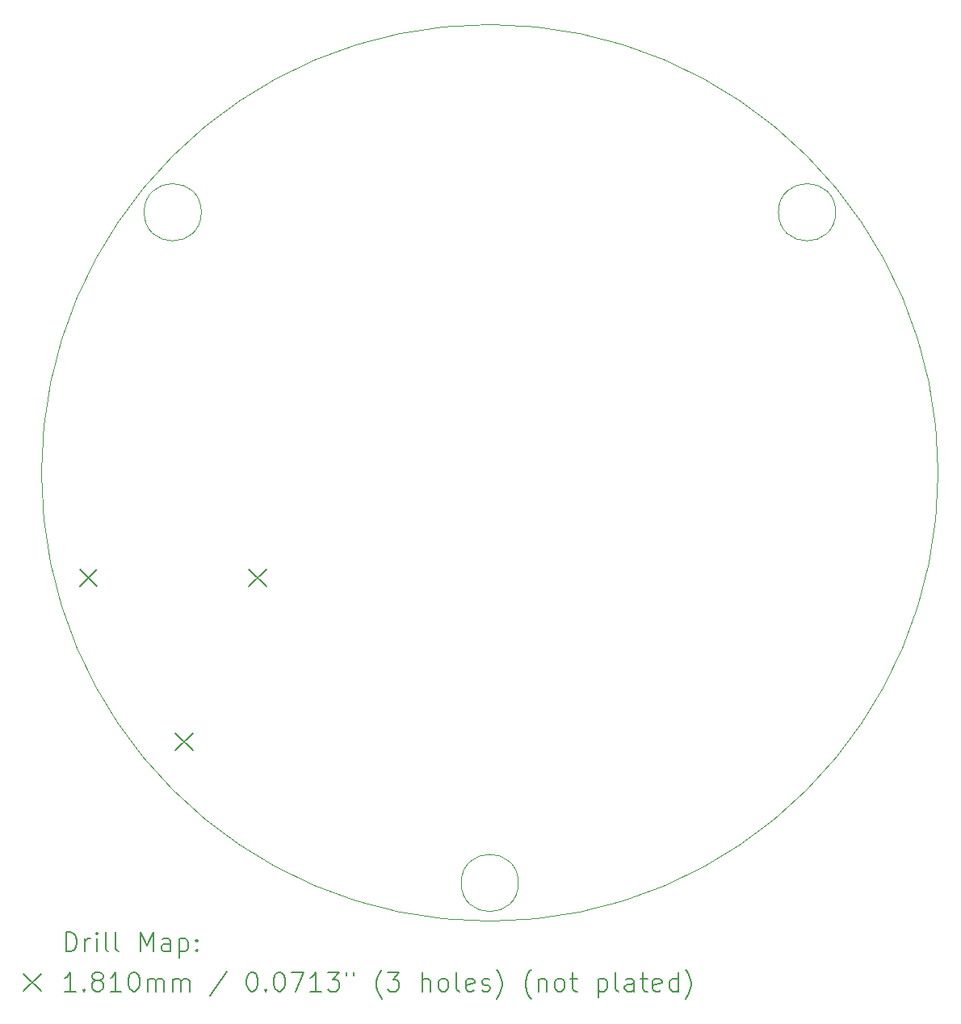
<source format=gbr>
%TF.GenerationSoftware,KiCad,Pcbnew,8.0.1*%
%TF.CreationDate,2024-06-07T18:58:06+02:00*%
%TF.ProjectId,PCB_Plaque_Haute,5043425f-506c-4617-9175-655f48617574,C.Roche*%
%TF.SameCoordinates,Original*%
%TF.FileFunction,Drillmap*%
%TF.FilePolarity,Positive*%
%FSLAX45Y45*%
G04 Gerber Fmt 4.5, Leading zero omitted, Abs format (unit mm)*
G04 Created by KiCad (PCBNEW 8.0.1) date 2024-06-07 18:58:06*
%MOMM*%
%LPD*%
G01*
G04 APERTURE LIST*
%ADD10C,0.100000*%
%ADD11C,0.200000*%
%ADD12C,0.181000*%
G04 APERTURE END LIST*
D10*
X12550000Y-7200000D02*
G75*
G02*
X11950000Y-7200000I-300000J0D01*
G01*
X11950000Y-7200000D02*
G75*
G02*
X12550000Y-7200000I300000J0D01*
G01*
X15874000Y-14232000D02*
G75*
G02*
X15274000Y-14232000I-300000J0D01*
G01*
X15274000Y-14232000D02*
G75*
G02*
X15874000Y-14232000I300000J0D01*
G01*
X19200000Y-7200000D02*
G75*
G02*
X18600000Y-7200000I-300000J0D01*
G01*
X18600000Y-7200000D02*
G75*
G02*
X19200000Y-7200000I300000J0D01*
G01*
X20274000Y-9932000D02*
G75*
G02*
X10874000Y-9932000I-4700000J0D01*
G01*
X10874000Y-9932000D02*
G75*
G02*
X20274000Y-9932000I4700000J0D01*
G01*
D11*
D12*
X11275500Y-10942500D02*
X11456500Y-11123500D01*
X11456500Y-10942500D02*
X11275500Y-11123500D01*
X12278500Y-12659500D02*
X12459500Y-12840500D01*
X12459500Y-12659500D02*
X12278500Y-12840500D01*
X13048500Y-10942500D02*
X13229500Y-11123500D01*
X13229500Y-10942500D02*
X13048500Y-11123500D01*
D11*
X11129777Y-14948484D02*
X11129777Y-14748484D01*
X11129777Y-14748484D02*
X11177396Y-14748484D01*
X11177396Y-14748484D02*
X11205967Y-14758008D01*
X11205967Y-14758008D02*
X11225015Y-14777055D01*
X11225015Y-14777055D02*
X11234539Y-14796103D01*
X11234539Y-14796103D02*
X11244062Y-14834198D01*
X11244062Y-14834198D02*
X11244062Y-14862769D01*
X11244062Y-14862769D02*
X11234539Y-14900865D01*
X11234539Y-14900865D02*
X11225015Y-14919912D01*
X11225015Y-14919912D02*
X11205967Y-14938960D01*
X11205967Y-14938960D02*
X11177396Y-14948484D01*
X11177396Y-14948484D02*
X11129777Y-14948484D01*
X11329777Y-14948484D02*
X11329777Y-14815150D01*
X11329777Y-14853246D02*
X11339301Y-14834198D01*
X11339301Y-14834198D02*
X11348824Y-14824674D01*
X11348824Y-14824674D02*
X11367872Y-14815150D01*
X11367872Y-14815150D02*
X11386920Y-14815150D01*
X11453586Y-14948484D02*
X11453586Y-14815150D01*
X11453586Y-14748484D02*
X11444062Y-14758008D01*
X11444062Y-14758008D02*
X11453586Y-14767531D01*
X11453586Y-14767531D02*
X11463110Y-14758008D01*
X11463110Y-14758008D02*
X11453586Y-14748484D01*
X11453586Y-14748484D02*
X11453586Y-14767531D01*
X11577396Y-14948484D02*
X11558348Y-14938960D01*
X11558348Y-14938960D02*
X11548824Y-14919912D01*
X11548824Y-14919912D02*
X11548824Y-14748484D01*
X11682158Y-14948484D02*
X11663110Y-14938960D01*
X11663110Y-14938960D02*
X11653586Y-14919912D01*
X11653586Y-14919912D02*
X11653586Y-14748484D01*
X11910729Y-14948484D02*
X11910729Y-14748484D01*
X11910729Y-14748484D02*
X11977396Y-14891341D01*
X11977396Y-14891341D02*
X12044062Y-14748484D01*
X12044062Y-14748484D02*
X12044062Y-14948484D01*
X12225015Y-14948484D02*
X12225015Y-14843722D01*
X12225015Y-14843722D02*
X12215491Y-14824674D01*
X12215491Y-14824674D02*
X12196443Y-14815150D01*
X12196443Y-14815150D02*
X12158348Y-14815150D01*
X12158348Y-14815150D02*
X12139301Y-14824674D01*
X12225015Y-14938960D02*
X12205967Y-14948484D01*
X12205967Y-14948484D02*
X12158348Y-14948484D01*
X12158348Y-14948484D02*
X12139301Y-14938960D01*
X12139301Y-14938960D02*
X12129777Y-14919912D01*
X12129777Y-14919912D02*
X12129777Y-14900865D01*
X12129777Y-14900865D02*
X12139301Y-14881817D01*
X12139301Y-14881817D02*
X12158348Y-14872293D01*
X12158348Y-14872293D02*
X12205967Y-14872293D01*
X12205967Y-14872293D02*
X12225015Y-14862769D01*
X12320253Y-14815150D02*
X12320253Y-15015150D01*
X12320253Y-14824674D02*
X12339301Y-14815150D01*
X12339301Y-14815150D02*
X12377396Y-14815150D01*
X12377396Y-14815150D02*
X12396443Y-14824674D01*
X12396443Y-14824674D02*
X12405967Y-14834198D01*
X12405967Y-14834198D02*
X12415491Y-14853246D01*
X12415491Y-14853246D02*
X12415491Y-14910388D01*
X12415491Y-14910388D02*
X12405967Y-14929436D01*
X12405967Y-14929436D02*
X12396443Y-14938960D01*
X12396443Y-14938960D02*
X12377396Y-14948484D01*
X12377396Y-14948484D02*
X12339301Y-14948484D01*
X12339301Y-14948484D02*
X12320253Y-14938960D01*
X12501205Y-14929436D02*
X12510729Y-14938960D01*
X12510729Y-14938960D02*
X12501205Y-14948484D01*
X12501205Y-14948484D02*
X12491682Y-14938960D01*
X12491682Y-14938960D02*
X12501205Y-14929436D01*
X12501205Y-14929436D02*
X12501205Y-14948484D01*
X12501205Y-14824674D02*
X12510729Y-14834198D01*
X12510729Y-14834198D02*
X12501205Y-14843722D01*
X12501205Y-14843722D02*
X12491682Y-14834198D01*
X12491682Y-14834198D02*
X12501205Y-14824674D01*
X12501205Y-14824674D02*
X12501205Y-14843722D01*
D12*
X10688000Y-15186500D02*
X10869000Y-15367500D01*
X10869000Y-15186500D02*
X10688000Y-15367500D01*
D11*
X11234539Y-15368484D02*
X11120253Y-15368484D01*
X11177396Y-15368484D02*
X11177396Y-15168484D01*
X11177396Y-15168484D02*
X11158348Y-15197055D01*
X11158348Y-15197055D02*
X11139301Y-15216103D01*
X11139301Y-15216103D02*
X11120253Y-15225627D01*
X11320253Y-15349436D02*
X11329777Y-15358960D01*
X11329777Y-15358960D02*
X11320253Y-15368484D01*
X11320253Y-15368484D02*
X11310729Y-15358960D01*
X11310729Y-15358960D02*
X11320253Y-15349436D01*
X11320253Y-15349436D02*
X11320253Y-15368484D01*
X11444062Y-15254198D02*
X11425015Y-15244674D01*
X11425015Y-15244674D02*
X11415491Y-15235150D01*
X11415491Y-15235150D02*
X11405967Y-15216103D01*
X11405967Y-15216103D02*
X11405967Y-15206579D01*
X11405967Y-15206579D02*
X11415491Y-15187531D01*
X11415491Y-15187531D02*
X11425015Y-15178008D01*
X11425015Y-15178008D02*
X11444062Y-15168484D01*
X11444062Y-15168484D02*
X11482158Y-15168484D01*
X11482158Y-15168484D02*
X11501205Y-15178008D01*
X11501205Y-15178008D02*
X11510729Y-15187531D01*
X11510729Y-15187531D02*
X11520253Y-15206579D01*
X11520253Y-15206579D02*
X11520253Y-15216103D01*
X11520253Y-15216103D02*
X11510729Y-15235150D01*
X11510729Y-15235150D02*
X11501205Y-15244674D01*
X11501205Y-15244674D02*
X11482158Y-15254198D01*
X11482158Y-15254198D02*
X11444062Y-15254198D01*
X11444062Y-15254198D02*
X11425015Y-15263722D01*
X11425015Y-15263722D02*
X11415491Y-15273246D01*
X11415491Y-15273246D02*
X11405967Y-15292293D01*
X11405967Y-15292293D02*
X11405967Y-15330388D01*
X11405967Y-15330388D02*
X11415491Y-15349436D01*
X11415491Y-15349436D02*
X11425015Y-15358960D01*
X11425015Y-15358960D02*
X11444062Y-15368484D01*
X11444062Y-15368484D02*
X11482158Y-15368484D01*
X11482158Y-15368484D02*
X11501205Y-15358960D01*
X11501205Y-15358960D02*
X11510729Y-15349436D01*
X11510729Y-15349436D02*
X11520253Y-15330388D01*
X11520253Y-15330388D02*
X11520253Y-15292293D01*
X11520253Y-15292293D02*
X11510729Y-15273246D01*
X11510729Y-15273246D02*
X11501205Y-15263722D01*
X11501205Y-15263722D02*
X11482158Y-15254198D01*
X11710729Y-15368484D02*
X11596443Y-15368484D01*
X11653586Y-15368484D02*
X11653586Y-15168484D01*
X11653586Y-15168484D02*
X11634539Y-15197055D01*
X11634539Y-15197055D02*
X11615491Y-15216103D01*
X11615491Y-15216103D02*
X11596443Y-15225627D01*
X11834539Y-15168484D02*
X11853586Y-15168484D01*
X11853586Y-15168484D02*
X11872634Y-15178008D01*
X11872634Y-15178008D02*
X11882158Y-15187531D01*
X11882158Y-15187531D02*
X11891682Y-15206579D01*
X11891682Y-15206579D02*
X11901205Y-15244674D01*
X11901205Y-15244674D02*
X11901205Y-15292293D01*
X11901205Y-15292293D02*
X11891682Y-15330388D01*
X11891682Y-15330388D02*
X11882158Y-15349436D01*
X11882158Y-15349436D02*
X11872634Y-15358960D01*
X11872634Y-15358960D02*
X11853586Y-15368484D01*
X11853586Y-15368484D02*
X11834539Y-15368484D01*
X11834539Y-15368484D02*
X11815491Y-15358960D01*
X11815491Y-15358960D02*
X11805967Y-15349436D01*
X11805967Y-15349436D02*
X11796443Y-15330388D01*
X11796443Y-15330388D02*
X11786920Y-15292293D01*
X11786920Y-15292293D02*
X11786920Y-15244674D01*
X11786920Y-15244674D02*
X11796443Y-15206579D01*
X11796443Y-15206579D02*
X11805967Y-15187531D01*
X11805967Y-15187531D02*
X11815491Y-15178008D01*
X11815491Y-15178008D02*
X11834539Y-15168484D01*
X11986920Y-15368484D02*
X11986920Y-15235150D01*
X11986920Y-15254198D02*
X11996443Y-15244674D01*
X11996443Y-15244674D02*
X12015491Y-15235150D01*
X12015491Y-15235150D02*
X12044063Y-15235150D01*
X12044063Y-15235150D02*
X12063110Y-15244674D01*
X12063110Y-15244674D02*
X12072634Y-15263722D01*
X12072634Y-15263722D02*
X12072634Y-15368484D01*
X12072634Y-15263722D02*
X12082158Y-15244674D01*
X12082158Y-15244674D02*
X12101205Y-15235150D01*
X12101205Y-15235150D02*
X12129777Y-15235150D01*
X12129777Y-15235150D02*
X12148824Y-15244674D01*
X12148824Y-15244674D02*
X12158348Y-15263722D01*
X12158348Y-15263722D02*
X12158348Y-15368484D01*
X12253586Y-15368484D02*
X12253586Y-15235150D01*
X12253586Y-15254198D02*
X12263110Y-15244674D01*
X12263110Y-15244674D02*
X12282158Y-15235150D01*
X12282158Y-15235150D02*
X12310729Y-15235150D01*
X12310729Y-15235150D02*
X12329777Y-15244674D01*
X12329777Y-15244674D02*
X12339301Y-15263722D01*
X12339301Y-15263722D02*
X12339301Y-15368484D01*
X12339301Y-15263722D02*
X12348824Y-15244674D01*
X12348824Y-15244674D02*
X12367872Y-15235150D01*
X12367872Y-15235150D02*
X12396443Y-15235150D01*
X12396443Y-15235150D02*
X12415491Y-15244674D01*
X12415491Y-15244674D02*
X12425015Y-15263722D01*
X12425015Y-15263722D02*
X12425015Y-15368484D01*
X12815491Y-15158960D02*
X12644063Y-15416103D01*
X13072634Y-15168484D02*
X13091682Y-15168484D01*
X13091682Y-15168484D02*
X13110729Y-15178008D01*
X13110729Y-15178008D02*
X13120253Y-15187531D01*
X13120253Y-15187531D02*
X13129777Y-15206579D01*
X13129777Y-15206579D02*
X13139301Y-15244674D01*
X13139301Y-15244674D02*
X13139301Y-15292293D01*
X13139301Y-15292293D02*
X13129777Y-15330388D01*
X13129777Y-15330388D02*
X13120253Y-15349436D01*
X13120253Y-15349436D02*
X13110729Y-15358960D01*
X13110729Y-15358960D02*
X13091682Y-15368484D01*
X13091682Y-15368484D02*
X13072634Y-15368484D01*
X13072634Y-15368484D02*
X13053586Y-15358960D01*
X13053586Y-15358960D02*
X13044063Y-15349436D01*
X13044063Y-15349436D02*
X13034539Y-15330388D01*
X13034539Y-15330388D02*
X13025015Y-15292293D01*
X13025015Y-15292293D02*
X13025015Y-15244674D01*
X13025015Y-15244674D02*
X13034539Y-15206579D01*
X13034539Y-15206579D02*
X13044063Y-15187531D01*
X13044063Y-15187531D02*
X13053586Y-15178008D01*
X13053586Y-15178008D02*
X13072634Y-15168484D01*
X13225015Y-15349436D02*
X13234539Y-15358960D01*
X13234539Y-15358960D02*
X13225015Y-15368484D01*
X13225015Y-15368484D02*
X13215491Y-15358960D01*
X13215491Y-15358960D02*
X13225015Y-15349436D01*
X13225015Y-15349436D02*
X13225015Y-15368484D01*
X13358348Y-15168484D02*
X13377396Y-15168484D01*
X13377396Y-15168484D02*
X13396444Y-15178008D01*
X13396444Y-15178008D02*
X13405967Y-15187531D01*
X13405967Y-15187531D02*
X13415491Y-15206579D01*
X13415491Y-15206579D02*
X13425015Y-15244674D01*
X13425015Y-15244674D02*
X13425015Y-15292293D01*
X13425015Y-15292293D02*
X13415491Y-15330388D01*
X13415491Y-15330388D02*
X13405967Y-15349436D01*
X13405967Y-15349436D02*
X13396444Y-15358960D01*
X13396444Y-15358960D02*
X13377396Y-15368484D01*
X13377396Y-15368484D02*
X13358348Y-15368484D01*
X13358348Y-15368484D02*
X13339301Y-15358960D01*
X13339301Y-15358960D02*
X13329777Y-15349436D01*
X13329777Y-15349436D02*
X13320253Y-15330388D01*
X13320253Y-15330388D02*
X13310729Y-15292293D01*
X13310729Y-15292293D02*
X13310729Y-15244674D01*
X13310729Y-15244674D02*
X13320253Y-15206579D01*
X13320253Y-15206579D02*
X13329777Y-15187531D01*
X13329777Y-15187531D02*
X13339301Y-15178008D01*
X13339301Y-15178008D02*
X13358348Y-15168484D01*
X13491682Y-15168484D02*
X13625015Y-15168484D01*
X13625015Y-15168484D02*
X13539301Y-15368484D01*
X13805967Y-15368484D02*
X13691682Y-15368484D01*
X13748825Y-15368484D02*
X13748825Y-15168484D01*
X13748825Y-15168484D02*
X13729777Y-15197055D01*
X13729777Y-15197055D02*
X13710729Y-15216103D01*
X13710729Y-15216103D02*
X13691682Y-15225627D01*
X13872634Y-15168484D02*
X13996444Y-15168484D01*
X13996444Y-15168484D02*
X13929777Y-15244674D01*
X13929777Y-15244674D02*
X13958348Y-15244674D01*
X13958348Y-15244674D02*
X13977396Y-15254198D01*
X13977396Y-15254198D02*
X13986920Y-15263722D01*
X13986920Y-15263722D02*
X13996444Y-15282769D01*
X13996444Y-15282769D02*
X13996444Y-15330388D01*
X13996444Y-15330388D02*
X13986920Y-15349436D01*
X13986920Y-15349436D02*
X13977396Y-15358960D01*
X13977396Y-15358960D02*
X13958348Y-15368484D01*
X13958348Y-15368484D02*
X13901206Y-15368484D01*
X13901206Y-15368484D02*
X13882158Y-15358960D01*
X13882158Y-15358960D02*
X13872634Y-15349436D01*
X14072634Y-15168484D02*
X14072634Y-15206579D01*
X14148825Y-15168484D02*
X14148825Y-15206579D01*
X14444063Y-15444674D02*
X14434539Y-15435150D01*
X14434539Y-15435150D02*
X14415491Y-15406579D01*
X14415491Y-15406579D02*
X14405968Y-15387531D01*
X14405968Y-15387531D02*
X14396444Y-15358960D01*
X14396444Y-15358960D02*
X14386920Y-15311341D01*
X14386920Y-15311341D02*
X14386920Y-15273246D01*
X14386920Y-15273246D02*
X14396444Y-15225627D01*
X14396444Y-15225627D02*
X14405968Y-15197055D01*
X14405968Y-15197055D02*
X14415491Y-15178008D01*
X14415491Y-15178008D02*
X14434539Y-15149436D01*
X14434539Y-15149436D02*
X14444063Y-15139912D01*
X14501206Y-15168484D02*
X14625015Y-15168484D01*
X14625015Y-15168484D02*
X14558348Y-15244674D01*
X14558348Y-15244674D02*
X14586920Y-15244674D01*
X14586920Y-15244674D02*
X14605968Y-15254198D01*
X14605968Y-15254198D02*
X14615491Y-15263722D01*
X14615491Y-15263722D02*
X14625015Y-15282769D01*
X14625015Y-15282769D02*
X14625015Y-15330388D01*
X14625015Y-15330388D02*
X14615491Y-15349436D01*
X14615491Y-15349436D02*
X14605968Y-15358960D01*
X14605968Y-15358960D02*
X14586920Y-15368484D01*
X14586920Y-15368484D02*
X14529777Y-15368484D01*
X14529777Y-15368484D02*
X14510729Y-15358960D01*
X14510729Y-15358960D02*
X14501206Y-15349436D01*
X14863110Y-15368484D02*
X14863110Y-15168484D01*
X14948825Y-15368484D02*
X14948825Y-15263722D01*
X14948825Y-15263722D02*
X14939301Y-15244674D01*
X14939301Y-15244674D02*
X14920253Y-15235150D01*
X14920253Y-15235150D02*
X14891682Y-15235150D01*
X14891682Y-15235150D02*
X14872634Y-15244674D01*
X14872634Y-15244674D02*
X14863110Y-15254198D01*
X15072634Y-15368484D02*
X15053587Y-15358960D01*
X15053587Y-15358960D02*
X15044063Y-15349436D01*
X15044063Y-15349436D02*
X15034539Y-15330388D01*
X15034539Y-15330388D02*
X15034539Y-15273246D01*
X15034539Y-15273246D02*
X15044063Y-15254198D01*
X15044063Y-15254198D02*
X15053587Y-15244674D01*
X15053587Y-15244674D02*
X15072634Y-15235150D01*
X15072634Y-15235150D02*
X15101206Y-15235150D01*
X15101206Y-15235150D02*
X15120253Y-15244674D01*
X15120253Y-15244674D02*
X15129777Y-15254198D01*
X15129777Y-15254198D02*
X15139301Y-15273246D01*
X15139301Y-15273246D02*
X15139301Y-15330388D01*
X15139301Y-15330388D02*
X15129777Y-15349436D01*
X15129777Y-15349436D02*
X15120253Y-15358960D01*
X15120253Y-15358960D02*
X15101206Y-15368484D01*
X15101206Y-15368484D02*
X15072634Y-15368484D01*
X15253587Y-15368484D02*
X15234539Y-15358960D01*
X15234539Y-15358960D02*
X15225015Y-15339912D01*
X15225015Y-15339912D02*
X15225015Y-15168484D01*
X15405968Y-15358960D02*
X15386920Y-15368484D01*
X15386920Y-15368484D02*
X15348825Y-15368484D01*
X15348825Y-15368484D02*
X15329777Y-15358960D01*
X15329777Y-15358960D02*
X15320253Y-15339912D01*
X15320253Y-15339912D02*
X15320253Y-15263722D01*
X15320253Y-15263722D02*
X15329777Y-15244674D01*
X15329777Y-15244674D02*
X15348825Y-15235150D01*
X15348825Y-15235150D02*
X15386920Y-15235150D01*
X15386920Y-15235150D02*
X15405968Y-15244674D01*
X15405968Y-15244674D02*
X15415491Y-15263722D01*
X15415491Y-15263722D02*
X15415491Y-15282769D01*
X15415491Y-15282769D02*
X15320253Y-15301817D01*
X15491682Y-15358960D02*
X15510730Y-15368484D01*
X15510730Y-15368484D02*
X15548825Y-15368484D01*
X15548825Y-15368484D02*
X15567872Y-15358960D01*
X15567872Y-15358960D02*
X15577396Y-15339912D01*
X15577396Y-15339912D02*
X15577396Y-15330388D01*
X15577396Y-15330388D02*
X15567872Y-15311341D01*
X15567872Y-15311341D02*
X15548825Y-15301817D01*
X15548825Y-15301817D02*
X15520253Y-15301817D01*
X15520253Y-15301817D02*
X15501206Y-15292293D01*
X15501206Y-15292293D02*
X15491682Y-15273246D01*
X15491682Y-15273246D02*
X15491682Y-15263722D01*
X15491682Y-15263722D02*
X15501206Y-15244674D01*
X15501206Y-15244674D02*
X15520253Y-15235150D01*
X15520253Y-15235150D02*
X15548825Y-15235150D01*
X15548825Y-15235150D02*
X15567872Y-15244674D01*
X15644063Y-15444674D02*
X15653587Y-15435150D01*
X15653587Y-15435150D02*
X15672634Y-15406579D01*
X15672634Y-15406579D02*
X15682158Y-15387531D01*
X15682158Y-15387531D02*
X15691682Y-15358960D01*
X15691682Y-15358960D02*
X15701206Y-15311341D01*
X15701206Y-15311341D02*
X15701206Y-15273246D01*
X15701206Y-15273246D02*
X15691682Y-15225627D01*
X15691682Y-15225627D02*
X15682158Y-15197055D01*
X15682158Y-15197055D02*
X15672634Y-15178008D01*
X15672634Y-15178008D02*
X15653587Y-15149436D01*
X15653587Y-15149436D02*
X15644063Y-15139912D01*
X16005968Y-15444674D02*
X15996444Y-15435150D01*
X15996444Y-15435150D02*
X15977396Y-15406579D01*
X15977396Y-15406579D02*
X15967872Y-15387531D01*
X15967872Y-15387531D02*
X15958349Y-15358960D01*
X15958349Y-15358960D02*
X15948825Y-15311341D01*
X15948825Y-15311341D02*
X15948825Y-15273246D01*
X15948825Y-15273246D02*
X15958349Y-15225627D01*
X15958349Y-15225627D02*
X15967872Y-15197055D01*
X15967872Y-15197055D02*
X15977396Y-15178008D01*
X15977396Y-15178008D02*
X15996444Y-15149436D01*
X15996444Y-15149436D02*
X16005968Y-15139912D01*
X16082158Y-15235150D02*
X16082158Y-15368484D01*
X16082158Y-15254198D02*
X16091682Y-15244674D01*
X16091682Y-15244674D02*
X16110730Y-15235150D01*
X16110730Y-15235150D02*
X16139301Y-15235150D01*
X16139301Y-15235150D02*
X16158349Y-15244674D01*
X16158349Y-15244674D02*
X16167872Y-15263722D01*
X16167872Y-15263722D02*
X16167872Y-15368484D01*
X16291682Y-15368484D02*
X16272634Y-15358960D01*
X16272634Y-15358960D02*
X16263111Y-15349436D01*
X16263111Y-15349436D02*
X16253587Y-15330388D01*
X16253587Y-15330388D02*
X16253587Y-15273246D01*
X16253587Y-15273246D02*
X16263111Y-15254198D01*
X16263111Y-15254198D02*
X16272634Y-15244674D01*
X16272634Y-15244674D02*
X16291682Y-15235150D01*
X16291682Y-15235150D02*
X16320253Y-15235150D01*
X16320253Y-15235150D02*
X16339301Y-15244674D01*
X16339301Y-15244674D02*
X16348825Y-15254198D01*
X16348825Y-15254198D02*
X16358349Y-15273246D01*
X16358349Y-15273246D02*
X16358349Y-15330388D01*
X16358349Y-15330388D02*
X16348825Y-15349436D01*
X16348825Y-15349436D02*
X16339301Y-15358960D01*
X16339301Y-15358960D02*
X16320253Y-15368484D01*
X16320253Y-15368484D02*
X16291682Y-15368484D01*
X16415492Y-15235150D02*
X16491682Y-15235150D01*
X16444063Y-15168484D02*
X16444063Y-15339912D01*
X16444063Y-15339912D02*
X16453587Y-15358960D01*
X16453587Y-15358960D02*
X16472634Y-15368484D01*
X16472634Y-15368484D02*
X16491682Y-15368484D01*
X16710730Y-15235150D02*
X16710730Y-15435150D01*
X16710730Y-15244674D02*
X16729777Y-15235150D01*
X16729777Y-15235150D02*
X16767873Y-15235150D01*
X16767873Y-15235150D02*
X16786920Y-15244674D01*
X16786920Y-15244674D02*
X16796444Y-15254198D01*
X16796444Y-15254198D02*
X16805968Y-15273246D01*
X16805968Y-15273246D02*
X16805968Y-15330388D01*
X16805968Y-15330388D02*
X16796444Y-15349436D01*
X16796444Y-15349436D02*
X16786920Y-15358960D01*
X16786920Y-15358960D02*
X16767873Y-15368484D01*
X16767873Y-15368484D02*
X16729777Y-15368484D01*
X16729777Y-15368484D02*
X16710730Y-15358960D01*
X16920254Y-15368484D02*
X16901206Y-15358960D01*
X16901206Y-15358960D02*
X16891682Y-15339912D01*
X16891682Y-15339912D02*
X16891682Y-15168484D01*
X17082158Y-15368484D02*
X17082158Y-15263722D01*
X17082158Y-15263722D02*
X17072635Y-15244674D01*
X17072635Y-15244674D02*
X17053587Y-15235150D01*
X17053587Y-15235150D02*
X17015492Y-15235150D01*
X17015492Y-15235150D02*
X16996444Y-15244674D01*
X17082158Y-15358960D02*
X17063111Y-15368484D01*
X17063111Y-15368484D02*
X17015492Y-15368484D01*
X17015492Y-15368484D02*
X16996444Y-15358960D01*
X16996444Y-15358960D02*
X16986920Y-15339912D01*
X16986920Y-15339912D02*
X16986920Y-15320865D01*
X16986920Y-15320865D02*
X16996444Y-15301817D01*
X16996444Y-15301817D02*
X17015492Y-15292293D01*
X17015492Y-15292293D02*
X17063111Y-15292293D01*
X17063111Y-15292293D02*
X17082158Y-15282769D01*
X17148825Y-15235150D02*
X17225015Y-15235150D01*
X17177396Y-15168484D02*
X17177396Y-15339912D01*
X17177396Y-15339912D02*
X17186920Y-15358960D01*
X17186920Y-15358960D02*
X17205968Y-15368484D01*
X17205968Y-15368484D02*
X17225015Y-15368484D01*
X17367873Y-15358960D02*
X17348825Y-15368484D01*
X17348825Y-15368484D02*
X17310730Y-15368484D01*
X17310730Y-15368484D02*
X17291682Y-15358960D01*
X17291682Y-15358960D02*
X17282158Y-15339912D01*
X17282158Y-15339912D02*
X17282158Y-15263722D01*
X17282158Y-15263722D02*
X17291682Y-15244674D01*
X17291682Y-15244674D02*
X17310730Y-15235150D01*
X17310730Y-15235150D02*
X17348825Y-15235150D01*
X17348825Y-15235150D02*
X17367873Y-15244674D01*
X17367873Y-15244674D02*
X17377396Y-15263722D01*
X17377396Y-15263722D02*
X17377396Y-15282769D01*
X17377396Y-15282769D02*
X17282158Y-15301817D01*
X17548825Y-15368484D02*
X17548825Y-15168484D01*
X17548825Y-15358960D02*
X17529777Y-15368484D01*
X17529777Y-15368484D02*
X17491682Y-15368484D01*
X17491682Y-15368484D02*
X17472635Y-15358960D01*
X17472635Y-15358960D02*
X17463111Y-15349436D01*
X17463111Y-15349436D02*
X17453587Y-15330388D01*
X17453587Y-15330388D02*
X17453587Y-15273246D01*
X17453587Y-15273246D02*
X17463111Y-15254198D01*
X17463111Y-15254198D02*
X17472635Y-15244674D01*
X17472635Y-15244674D02*
X17491682Y-15235150D01*
X17491682Y-15235150D02*
X17529777Y-15235150D01*
X17529777Y-15235150D02*
X17548825Y-15244674D01*
X17625016Y-15444674D02*
X17634539Y-15435150D01*
X17634539Y-15435150D02*
X17653587Y-15406579D01*
X17653587Y-15406579D02*
X17663111Y-15387531D01*
X17663111Y-15387531D02*
X17672635Y-15358960D01*
X17672635Y-15358960D02*
X17682158Y-15311341D01*
X17682158Y-15311341D02*
X17682158Y-15273246D01*
X17682158Y-15273246D02*
X17672635Y-15225627D01*
X17672635Y-15225627D02*
X17663111Y-15197055D01*
X17663111Y-15197055D02*
X17653587Y-15178008D01*
X17653587Y-15178008D02*
X17634539Y-15149436D01*
X17634539Y-15149436D02*
X17625016Y-15139912D01*
M02*

</source>
